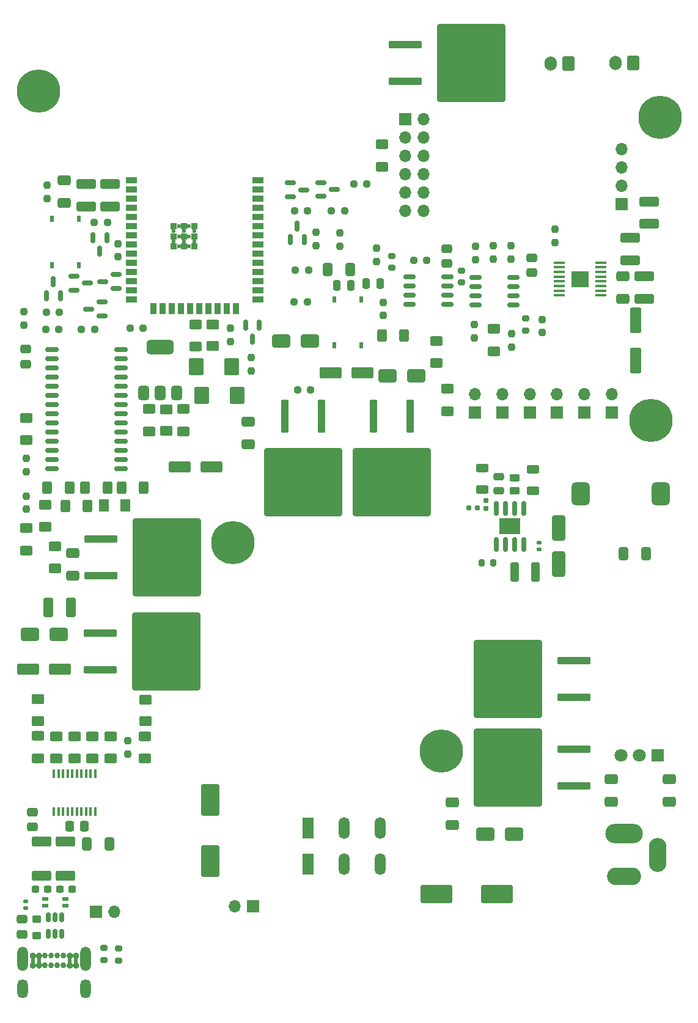
<source format=gbr>
%TF.GenerationSoftware,KiCad,Pcbnew,8.0.7*%
%TF.CreationDate,2025-07-24T13:25:47+02:00*%
%TF.ProjectId,Soundwalk,536f756e-6477-4616-9c6b-2e6b69636164,rev?*%
%TF.SameCoordinates,Original*%
%TF.FileFunction,Soldermask,Top*%
%TF.FilePolarity,Negative*%
%FSLAX46Y46*%
G04 Gerber Fmt 4.6, Leading zero omitted, Abs format (unit mm)*
G04 Created by KiCad (PCBNEW 8.0.7) date 2025-07-24 13:25:47*
%MOMM*%
%LPD*%
G01*
G04 APERTURE LIST*
G04 Aperture macros list*
%AMRoundRect*
0 Rectangle with rounded corners*
0 $1 Rounding radius*
0 $2 $3 $4 $5 $6 $7 $8 $9 X,Y pos of 4 corners*
0 Add a 4 corners polygon primitive as box body*
4,1,4,$2,$3,$4,$5,$6,$7,$8,$9,$2,$3,0*
0 Add four circle primitives for the rounded corners*
1,1,$1+$1,$2,$3*
1,1,$1+$1,$4,$5*
1,1,$1+$1,$6,$7*
1,1,$1+$1,$8,$9*
0 Add four rect primitives between the rounded corners*
20,1,$1+$1,$2,$3,$4,$5,0*
20,1,$1+$1,$4,$5,$6,$7,0*
20,1,$1+$1,$6,$7,$8,$9,0*
20,1,$1+$1,$8,$9,$2,$3,0*%
G04 Aperture macros list end*
%ADD10C,0.387500*%
%ADD11C,0.010000*%
%ADD12RoundRect,0.200000X0.275000X-0.200000X0.275000X0.200000X-0.275000X0.200000X-0.275000X-0.200000X0*%
%ADD13RoundRect,0.237500X0.237500X-0.250000X0.237500X0.250000X-0.237500X0.250000X-0.237500X-0.250000X0*%
%ADD14RoundRect,0.250000X-0.625000X0.400000X-0.625000X-0.400000X0.625000X-0.400000X0.625000X0.400000X0*%
%ADD15RoundRect,0.250000X0.650000X-0.412500X0.650000X0.412500X-0.650000X0.412500X-0.650000X-0.412500X0*%
%ADD16RoundRect,0.250000X1.250000X0.550000X-1.250000X0.550000X-1.250000X-0.550000X1.250000X-0.550000X0*%
%ADD17RoundRect,0.250000X-2.050000X-0.300000X2.050000X-0.300000X2.050000X0.300000X-2.050000X0.300000X0*%
%ADD18RoundRect,0.250002X-4.449998X-5.149998X4.449998X-5.149998X4.449998X5.149998X-4.449998X5.149998X0*%
%ADD19R,1.700000X1.700000*%
%ADD20O,1.700000X1.700000*%
%ADD21R,0.900000X0.600000*%
%ADD22RoundRect,0.237500X0.250000X0.237500X-0.250000X0.237500X-0.250000X-0.237500X0.250000X-0.237500X0*%
%ADD23RoundRect,0.237500X-0.237500X0.250000X-0.237500X-0.250000X0.237500X-0.250000X0.237500X0.250000X0*%
%ADD24RoundRect,0.250000X0.475000X-0.337500X0.475000X0.337500X-0.475000X0.337500X-0.475000X-0.337500X0*%
%ADD25RoundRect,0.200000X-0.200000X-0.275000X0.200000X-0.275000X0.200000X0.275000X-0.200000X0.275000X0*%
%ADD26RoundRect,0.249999X1.075001X-0.450001X1.075001X0.450001X-1.075001X0.450001X-1.075001X-0.450001X0*%
%ADD27RoundRect,0.150000X-0.150000X0.587500X-0.150000X-0.587500X0.150000X-0.587500X0.150000X0.587500X0*%
%ADD28RoundRect,0.250000X-0.650000X1.500000X-0.650000X-1.500000X0.650000X-1.500000X0.650000X1.500000X0*%
%ADD29RoundRect,0.150000X0.150000X-0.512500X0.150000X0.512500X-0.150000X0.512500X-0.150000X-0.512500X0*%
%ADD30RoundRect,0.250000X0.625000X-0.400000X0.625000X0.400000X-0.625000X0.400000X-0.625000X-0.400000X0*%
%ADD31RoundRect,0.150000X-0.587500X-0.150000X0.587500X-0.150000X0.587500X0.150000X-0.587500X0.150000X0*%
%ADD32R,0.558800X0.950500*%
%ADD33RoundRect,0.250000X-0.250000X-0.475000X0.250000X-0.475000X0.250000X0.475000X-0.250000X0.475000X0*%
%ADD34RoundRect,0.140000X0.170000X-0.140000X0.170000X0.140000X-0.170000X0.140000X-0.170000X-0.140000X0*%
%ADD35RoundRect,0.250000X0.325000X1.100000X-0.325000X1.100000X-0.325000X-1.100000X0.325000X-1.100000X0*%
%ADD36RoundRect,0.250000X0.550000X-1.500000X0.550000X1.500000X-0.550000X1.500000X-0.550000X-1.500000X0*%
%ADD37RoundRect,0.250000X0.625000X-0.312500X0.625000X0.312500X-0.625000X0.312500X-0.625000X-0.312500X0*%
%ADD38RoundRect,0.250000X1.100000X-0.412500X1.100000X0.412500X-1.100000X0.412500X-1.100000X-0.412500X0*%
%ADD39RoundRect,0.250000X-0.475000X0.250000X-0.475000X-0.250000X0.475000X-0.250000X0.475000X0.250000X0*%
%ADD40RoundRect,0.375000X0.375000X-0.625000X0.375000X0.625000X-0.375000X0.625000X-0.375000X-0.625000X0*%
%ADD41RoundRect,0.500000X1.400000X-0.500000X1.400000X0.500000X-1.400000X0.500000X-1.400000X-0.500000X0*%
%ADD42RoundRect,0.250000X-1.000000X-0.650000X1.000000X-0.650000X1.000000X0.650000X-1.000000X0.650000X0*%
%ADD43RoundRect,0.250000X0.600000X0.750000X-0.600000X0.750000X-0.600000X-0.750000X0.600000X-0.750000X0*%
%ADD44O,1.700000X2.000000*%
%ADD45RoundRect,0.250000X-1.100000X0.412500X-1.100000X-0.412500X1.100000X-0.412500X1.100000X0.412500X0*%
%ADD46RoundRect,0.250000X0.412500X1.100000X-0.412500X1.100000X-0.412500X-1.100000X0.412500X-1.100000X0*%
%ADD47RoundRect,0.250000X-0.450000X0.262500X-0.450000X-0.262500X0.450000X-0.262500X0.450000X0.262500X0*%
%ADD48C,0.800000*%
%ADD49C,6.000000*%
%ADD50RoundRect,0.250001X0.624999X-0.462499X0.624999X0.462499X-0.624999X0.462499X-0.624999X-0.462499X0*%
%ADD51RoundRect,0.200000X-0.275000X0.200000X-0.275000X-0.200000X0.275000X-0.200000X0.275000X0.200000X0*%
%ADD52RoundRect,0.155000X-0.155000X0.212500X-0.155000X-0.212500X0.155000X-0.212500X0.155000X0.212500X0*%
%ADD53RoundRect,0.250000X2.050000X0.300000X-2.050000X0.300000X-2.050000X-0.300000X2.050000X-0.300000X0*%
%ADD54RoundRect,0.250002X4.449998X5.149998X-4.449998X5.149998X-4.449998X-5.149998X4.449998X-5.149998X0*%
%ADD55RoundRect,0.250000X-0.412500X-0.650000X0.412500X-0.650000X0.412500X0.650000X-0.412500X0.650000X0*%
%ADD56RoundRect,0.250000X-0.787500X-0.925000X0.787500X-0.925000X0.787500X0.925000X-0.787500X0.925000X0*%
%ADD57RoundRect,0.150000X-0.150000X0.825000X-0.150000X-0.825000X0.150000X-0.825000X0.150000X0.825000X0*%
%ADD58R,3.000000X2.290000*%
%ADD59O,5.204000X2.704000*%
%ADD60O,4.704000X2.454000*%
%ADD61O,2.454000X4.704000*%
%ADD62O,1.452400X3.352400*%
%ADD63O,1.452400X2.652400*%
%ADD64RoundRect,0.237500X-0.300000X-0.237500X0.300000X-0.237500X0.300000X0.237500X-0.300000X0.237500X0*%
%ADD65RoundRect,0.150000X-0.750000X-0.150000X0.750000X-0.150000X0.750000X0.150000X-0.750000X0.150000X0*%
%ADD66RoundRect,0.250001X-0.462499X-0.624999X0.462499X-0.624999X0.462499X0.624999X-0.462499X0.624999X0*%
%ADD67RoundRect,0.250000X-0.475000X0.337500X-0.475000X-0.337500X0.475000X-0.337500X0.475000X0.337500X0*%
%ADD68RoundRect,0.237500X-0.250000X-0.237500X0.250000X-0.237500X0.250000X0.237500X-0.250000X0.237500X0*%
%ADD69C,1.800000*%
%ADD70R,1.800000X1.800000*%
%ADD71R,1.500000X0.900000*%
%ADD72R,0.900000X1.500000*%
%ADD73R,0.900000X0.900000*%
%ADD74C,0.600000*%
%ADD75RoundRect,0.250000X-0.400000X-0.625000X0.400000X-0.625000X0.400000X0.625000X-0.400000X0.625000X0*%
%ADD76RoundRect,0.237500X0.300000X0.237500X-0.300000X0.237500X-0.300000X-0.237500X0.300000X-0.237500X0*%
%ADD77RoundRect,0.250000X-1.250000X-0.550000X1.250000X-0.550000X1.250000X0.550000X-1.250000X0.550000X0*%
%ADD78RoundRect,0.150000X-0.675000X-0.150000X0.675000X-0.150000X0.675000X0.150000X-0.675000X0.150000X0*%
%ADD79RoundRect,0.150000X0.587500X0.150000X-0.587500X0.150000X-0.587500X-0.150000X0.587500X-0.150000X0*%
%ADD80RoundRect,0.150000X0.150000X-0.587500X0.150000X0.587500X-0.150000X0.587500X-0.150000X-0.587500X0*%
%ADD81R,0.400000X1.200000*%
%ADD82RoundRect,0.250000X-0.337500X-0.475000X0.337500X-0.475000X0.337500X0.475000X-0.337500X0.475000X0*%
%ADD83RoundRect,0.250000X-1.000000X1.950000X-1.000000X-1.950000X1.000000X-1.950000X1.000000X1.950000X0*%
%ADD84RoundRect,0.250000X-0.300000X2.050000X-0.300000X-2.050000X0.300000X-2.050000X0.300000X2.050000X0*%
%ADD85RoundRect,0.250002X-5.149998X4.449998X-5.149998X-4.449998X5.149998X-4.449998X5.149998X4.449998X0*%
%ADD86RoundRect,0.250000X1.950000X1.000000X-1.950000X1.000000X-1.950000X-1.000000X1.950000X-1.000000X0*%
%ADD87RoundRect,0.155000X0.212500X0.155000X-0.212500X0.155000X-0.212500X-0.155000X0.212500X-0.155000X0*%
%ADD88R,2.460000X2.310000*%
%ADD89RoundRect,0.100000X-0.687500X-0.100000X0.687500X-0.100000X0.687500X0.100000X-0.687500X0.100000X0*%
%ADD90R,1.500000X3.000000*%
%ADD91O,1.500000X3.000000*%
%ADD92RoundRect,0.250000X0.400000X0.625000X-0.400000X0.625000X-0.400000X-0.625000X0.400000X-0.625000X0*%
%ADD93RoundRect,0.250000X0.350000X-0.275000X0.350000X0.275000X-0.350000X0.275000X-0.350000X-0.275000X0*%
%ADD94RoundRect,0.650000X-0.650000X-0.950000X0.650000X-0.950000X0.650000X0.950000X-0.650000X0.950000X0*%
G04 APERTURE END LIST*
D10*
%TO.C,U1*%
X187352750Y-150034000D02*
G75*
G02*
X186965250Y-150034000I-193750J0D01*
G01*
X186965250Y-150034000D02*
G75*
G02*
X187352750Y-150034000I193750J0D01*
G01*
X187352750Y-151384000D02*
G75*
G02*
X186965250Y-151384000I-193750J0D01*
G01*
X186965250Y-151384000D02*
G75*
G02*
X187352750Y-151384000I193750J0D01*
G01*
X188202750Y-150034000D02*
G75*
G02*
X187815250Y-150034000I-193750J0D01*
G01*
X187815250Y-150034000D02*
G75*
G02*
X188202750Y-150034000I193750J0D01*
G01*
X188202750Y-151384000D02*
G75*
G02*
X187815250Y-151384000I-193750J0D01*
G01*
X187815250Y-151384000D02*
G75*
G02*
X188202750Y-151384000I193750J0D01*
G01*
X189052750Y-150034000D02*
G75*
G02*
X188665250Y-150034000I-193750J0D01*
G01*
X188665250Y-150034000D02*
G75*
G02*
X189052750Y-150034000I193750J0D01*
G01*
X189052750Y-151384000D02*
G75*
G02*
X188665250Y-151384000I-193750J0D01*
G01*
X188665250Y-151384000D02*
G75*
G02*
X189052750Y-151384000I193750J0D01*
G01*
X189902750Y-150034000D02*
G75*
G02*
X189515250Y-150034000I-193750J0D01*
G01*
X189515250Y-150034000D02*
G75*
G02*
X189902750Y-150034000I193750J0D01*
G01*
X189902750Y-151384000D02*
G75*
G02*
X189515250Y-151384000I-193750J0D01*
G01*
X189515250Y-151384000D02*
G75*
G02*
X189902750Y-151384000I193750J0D01*
G01*
D11*
X185525000Y-149652000D02*
X185589000Y-149669000D01*
X185649000Y-149696000D01*
X185704000Y-149734000D01*
X185751000Y-149780000D01*
X185790000Y-149833000D01*
X185820000Y-149893000D01*
X185839000Y-149956000D01*
X185846000Y-150022000D01*
X185843000Y-150088000D01*
X185828000Y-150152000D01*
X185802000Y-150214000D01*
X185767000Y-150269000D01*
X185722000Y-150318000D01*
X185673000Y-150357000D01*
X185673000Y-151061000D01*
X185722000Y-151100000D01*
X185767000Y-151149000D01*
X185802000Y-151204000D01*
X185828000Y-151266000D01*
X185843000Y-151330000D01*
X185846000Y-151396000D01*
X185839000Y-151462000D01*
X185820000Y-151525000D01*
X185790000Y-151585000D01*
X185751000Y-151638000D01*
X185704000Y-151684000D01*
X185649000Y-151722000D01*
X185589000Y-151749000D01*
X185525000Y-151766000D01*
X185459000Y-151772000D01*
X185393000Y-151766000D01*
X185329000Y-151749000D01*
X185269000Y-151722000D01*
X185214000Y-151684000D01*
X185167000Y-151638000D01*
X185128000Y-151585000D01*
X185098000Y-151525000D01*
X185079000Y-151462000D01*
X185072000Y-151396000D01*
X185075000Y-151330000D01*
X185090000Y-151266000D01*
X185116000Y-151204000D01*
X185151000Y-151149000D01*
X185196000Y-151100000D01*
X185246000Y-151061000D01*
X185245500Y-150357380D01*
X185246000Y-150357000D01*
X185196000Y-150318000D01*
X185151000Y-150269000D01*
X185116000Y-150214000D01*
X185090000Y-150152000D01*
X185075000Y-150088000D01*
X185072000Y-150022000D01*
X185079000Y-149956000D01*
X185098000Y-149893000D01*
X185128000Y-149833000D01*
X185167000Y-149780000D01*
X185214000Y-149734000D01*
X185269000Y-149696000D01*
X185329000Y-149669000D01*
X185393000Y-149652000D01*
X185459000Y-149646000D01*
X185525000Y-149652000D01*
G36*
X185525000Y-149652000D02*
G01*
X185589000Y-149669000D01*
X185649000Y-149696000D01*
X185704000Y-149734000D01*
X185751000Y-149780000D01*
X185790000Y-149833000D01*
X185820000Y-149893000D01*
X185839000Y-149956000D01*
X185846000Y-150022000D01*
X185843000Y-150088000D01*
X185828000Y-150152000D01*
X185802000Y-150214000D01*
X185767000Y-150269000D01*
X185722000Y-150318000D01*
X185673000Y-150357000D01*
X185673000Y-151061000D01*
X185722000Y-151100000D01*
X185767000Y-151149000D01*
X185802000Y-151204000D01*
X185828000Y-151266000D01*
X185843000Y-151330000D01*
X185846000Y-151396000D01*
X185839000Y-151462000D01*
X185820000Y-151525000D01*
X185790000Y-151585000D01*
X185751000Y-151638000D01*
X185704000Y-151684000D01*
X185649000Y-151722000D01*
X185589000Y-151749000D01*
X185525000Y-151766000D01*
X185459000Y-151772000D01*
X185393000Y-151766000D01*
X185329000Y-151749000D01*
X185269000Y-151722000D01*
X185214000Y-151684000D01*
X185167000Y-151638000D01*
X185128000Y-151585000D01*
X185098000Y-151525000D01*
X185079000Y-151462000D01*
X185072000Y-151396000D01*
X185075000Y-151330000D01*
X185090000Y-151266000D01*
X185116000Y-151204000D01*
X185151000Y-151149000D01*
X185196000Y-151100000D01*
X185246000Y-151061000D01*
X185245500Y-150357380D01*
X185246000Y-150357000D01*
X185196000Y-150318000D01*
X185151000Y-150269000D01*
X185116000Y-150214000D01*
X185090000Y-150152000D01*
X185075000Y-150088000D01*
X185072000Y-150022000D01*
X185079000Y-149956000D01*
X185098000Y-149893000D01*
X185128000Y-149833000D01*
X185167000Y-149780000D01*
X185214000Y-149734000D01*
X185269000Y-149696000D01*
X185329000Y-149669000D01*
X185393000Y-149652000D01*
X185459000Y-149646000D01*
X185525000Y-149652000D01*
G37*
X186375000Y-149652000D02*
X186439000Y-149669000D01*
X186499000Y-149696000D01*
X186554000Y-149734000D01*
X186601000Y-149780000D01*
X186640000Y-149833000D01*
X186670000Y-149893000D01*
X186689000Y-149956000D01*
X186696000Y-150022000D01*
X186693000Y-150088000D01*
X186678000Y-150152000D01*
X186652000Y-150214000D01*
X186617000Y-150269000D01*
X186572000Y-150318000D01*
X186523000Y-150357000D01*
X186523000Y-151061000D01*
X186522500Y-151060620D01*
X186572000Y-151100000D01*
X186617000Y-151149000D01*
X186652000Y-151204000D01*
X186678000Y-151266000D01*
X186693000Y-151330000D01*
X186696000Y-151396000D01*
X186689000Y-151462000D01*
X186670000Y-151525000D01*
X186640000Y-151585000D01*
X186601000Y-151638000D01*
X186554000Y-151684000D01*
X186499000Y-151722000D01*
X186439000Y-151749000D01*
X186375000Y-151766000D01*
X186309000Y-151772000D01*
X186243000Y-151766000D01*
X186179000Y-151749000D01*
X186119000Y-151722000D01*
X186064000Y-151684000D01*
X186017000Y-151638000D01*
X185978000Y-151585000D01*
X185948000Y-151525000D01*
X185929000Y-151462000D01*
X185922000Y-151396000D01*
X185925000Y-151330000D01*
X185940000Y-151266000D01*
X185966000Y-151204000D01*
X186001000Y-151149000D01*
X186046000Y-151100000D01*
X186096000Y-151061000D01*
X186096000Y-150357000D01*
X186046000Y-150318000D01*
X186001000Y-150269000D01*
X185966000Y-150214000D01*
X185940000Y-150152000D01*
X185925000Y-150088000D01*
X185922000Y-150022000D01*
X185929000Y-149956000D01*
X185948000Y-149893000D01*
X185978000Y-149833000D01*
X186017000Y-149780000D01*
X186064000Y-149734000D01*
X186119000Y-149696000D01*
X186179000Y-149669000D01*
X186243000Y-149652000D01*
X186309000Y-149646000D01*
X186375000Y-149652000D01*
G36*
X186375000Y-149652000D02*
G01*
X186439000Y-149669000D01*
X186499000Y-149696000D01*
X186554000Y-149734000D01*
X186601000Y-149780000D01*
X186640000Y-149833000D01*
X186670000Y-149893000D01*
X186689000Y-149956000D01*
X186696000Y-150022000D01*
X186693000Y-150088000D01*
X186678000Y-150152000D01*
X186652000Y-150214000D01*
X186617000Y-150269000D01*
X186572000Y-150318000D01*
X186523000Y-150357000D01*
X186523000Y-151061000D01*
X186522500Y-151060620D01*
X186572000Y-151100000D01*
X186617000Y-151149000D01*
X186652000Y-151204000D01*
X186678000Y-151266000D01*
X186693000Y-151330000D01*
X186696000Y-151396000D01*
X186689000Y-151462000D01*
X186670000Y-151525000D01*
X186640000Y-151585000D01*
X186601000Y-151638000D01*
X186554000Y-151684000D01*
X186499000Y-151722000D01*
X186439000Y-151749000D01*
X186375000Y-151766000D01*
X186309000Y-151772000D01*
X186243000Y-151766000D01*
X186179000Y-151749000D01*
X186119000Y-151722000D01*
X186064000Y-151684000D01*
X186017000Y-151638000D01*
X185978000Y-151585000D01*
X185948000Y-151525000D01*
X185929000Y-151462000D01*
X185922000Y-151396000D01*
X185925000Y-151330000D01*
X185940000Y-151266000D01*
X185966000Y-151204000D01*
X186001000Y-151149000D01*
X186046000Y-151100000D01*
X186096000Y-151061000D01*
X186096000Y-150357000D01*
X186046000Y-150318000D01*
X186001000Y-150269000D01*
X185966000Y-150214000D01*
X185940000Y-150152000D01*
X185925000Y-150088000D01*
X185922000Y-150022000D01*
X185929000Y-149956000D01*
X185948000Y-149893000D01*
X185978000Y-149833000D01*
X186017000Y-149780000D01*
X186064000Y-149734000D01*
X186119000Y-149696000D01*
X186179000Y-149669000D01*
X186243000Y-149652000D01*
X186309000Y-149646000D01*
X186375000Y-149652000D01*
G37*
X190625000Y-149652000D02*
X190689000Y-149669000D01*
X190749000Y-149696000D01*
X190804000Y-149734000D01*
X190851000Y-149780000D01*
X190890000Y-149833000D01*
X190920000Y-149893000D01*
X190939000Y-149956000D01*
X190946000Y-150022000D01*
X190943000Y-150088000D01*
X190928000Y-150152000D01*
X190902000Y-150214000D01*
X190867000Y-150269000D01*
X190822000Y-150318000D01*
X190772000Y-150357000D01*
X190772000Y-151061000D01*
X190772500Y-151060620D01*
X190822000Y-151100000D01*
X190867000Y-151149000D01*
X190902000Y-151204000D01*
X190928000Y-151266000D01*
X190943000Y-151330000D01*
X190946000Y-151396000D01*
X190939000Y-151462000D01*
X190920000Y-151525000D01*
X190890000Y-151585000D01*
X190851000Y-151638000D01*
X190804000Y-151684000D01*
X190749000Y-151722000D01*
X190689000Y-151749000D01*
X190625000Y-151766000D01*
X190559000Y-151772000D01*
X190493000Y-151766000D01*
X190429000Y-151749000D01*
X190369000Y-151722000D01*
X190314000Y-151684000D01*
X190267000Y-151638000D01*
X190228000Y-151585000D01*
X190198000Y-151525000D01*
X190179000Y-151462000D01*
X190172000Y-151396000D01*
X190175000Y-151330000D01*
X190190000Y-151266000D01*
X190216000Y-151204000D01*
X190251000Y-151149000D01*
X190296000Y-151100000D01*
X190345000Y-151061000D01*
X190345000Y-150357000D01*
X190296000Y-150318000D01*
X190251000Y-150269000D01*
X190216000Y-150214000D01*
X190190000Y-150152000D01*
X190175000Y-150088000D01*
X190172000Y-150022000D01*
X190179000Y-149956000D01*
X190198000Y-149893000D01*
X190228000Y-149833000D01*
X190267000Y-149780000D01*
X190314000Y-149734000D01*
X190369000Y-149696000D01*
X190429000Y-149669000D01*
X190493000Y-149652000D01*
X190559000Y-149646000D01*
X190625000Y-149652000D01*
G36*
X190625000Y-149652000D02*
G01*
X190689000Y-149669000D01*
X190749000Y-149696000D01*
X190804000Y-149734000D01*
X190851000Y-149780000D01*
X190890000Y-149833000D01*
X190920000Y-149893000D01*
X190939000Y-149956000D01*
X190946000Y-150022000D01*
X190943000Y-150088000D01*
X190928000Y-150152000D01*
X190902000Y-150214000D01*
X190867000Y-150269000D01*
X190822000Y-150318000D01*
X190772000Y-150357000D01*
X190772000Y-151061000D01*
X190772500Y-151060620D01*
X190822000Y-151100000D01*
X190867000Y-151149000D01*
X190902000Y-151204000D01*
X190928000Y-151266000D01*
X190943000Y-151330000D01*
X190946000Y-151396000D01*
X190939000Y-151462000D01*
X190920000Y-151525000D01*
X190890000Y-151585000D01*
X190851000Y-151638000D01*
X190804000Y-151684000D01*
X190749000Y-151722000D01*
X190689000Y-151749000D01*
X190625000Y-151766000D01*
X190559000Y-151772000D01*
X190493000Y-151766000D01*
X190429000Y-151749000D01*
X190369000Y-151722000D01*
X190314000Y-151684000D01*
X190267000Y-151638000D01*
X190228000Y-151585000D01*
X190198000Y-151525000D01*
X190179000Y-151462000D01*
X190172000Y-151396000D01*
X190175000Y-151330000D01*
X190190000Y-151266000D01*
X190216000Y-151204000D01*
X190251000Y-151149000D01*
X190296000Y-151100000D01*
X190345000Y-151061000D01*
X190345000Y-150357000D01*
X190296000Y-150318000D01*
X190251000Y-150269000D01*
X190216000Y-150214000D01*
X190190000Y-150152000D01*
X190175000Y-150088000D01*
X190172000Y-150022000D01*
X190179000Y-149956000D01*
X190198000Y-149893000D01*
X190228000Y-149833000D01*
X190267000Y-149780000D01*
X190314000Y-149734000D01*
X190369000Y-149696000D01*
X190429000Y-149669000D01*
X190493000Y-149652000D01*
X190559000Y-149646000D01*
X190625000Y-149652000D01*
G37*
X191475000Y-149652000D02*
X191539000Y-149669000D01*
X191599000Y-149696000D01*
X191654000Y-149734000D01*
X191701000Y-149780000D01*
X191740000Y-149833000D01*
X191770000Y-149893000D01*
X191789000Y-149956000D01*
X191796000Y-150022000D01*
X191793000Y-150088000D01*
X191778000Y-150152000D01*
X191752000Y-150214000D01*
X191717000Y-150269000D01*
X191672000Y-150318000D01*
X191622000Y-150357000D01*
X191622000Y-151061000D01*
X191672000Y-151100000D01*
X191717000Y-151149000D01*
X191752000Y-151204000D01*
X191778000Y-151266000D01*
X191793000Y-151330000D01*
X191796000Y-151396000D01*
X191789000Y-151462000D01*
X191770000Y-151525000D01*
X191740000Y-151585000D01*
X191701000Y-151638000D01*
X191654000Y-151684000D01*
X191599000Y-151722000D01*
X191539000Y-151749000D01*
X191475000Y-151766000D01*
X191409000Y-151772000D01*
X191343000Y-151766000D01*
X191279000Y-151749000D01*
X191219000Y-151722000D01*
X191164000Y-151684000D01*
X191117000Y-151638000D01*
X191078000Y-151585000D01*
X191048000Y-151525000D01*
X191029000Y-151462000D01*
X191022000Y-151396000D01*
X191025000Y-151330000D01*
X191040000Y-151266000D01*
X191066000Y-151204000D01*
X191101000Y-151149000D01*
X191146000Y-151100000D01*
X191195000Y-151061000D01*
X191195500Y-150357380D01*
X191195000Y-150357000D01*
X191146000Y-150318000D01*
X191101000Y-150269000D01*
X191066000Y-150214000D01*
X191040000Y-150152000D01*
X191025000Y-150088000D01*
X191022000Y-150022000D01*
X191029000Y-149956000D01*
X191048000Y-149893000D01*
X191078000Y-149833000D01*
X191117000Y-149780000D01*
X191164000Y-149734000D01*
X191219000Y-149696000D01*
X191279000Y-149669000D01*
X191343000Y-149652000D01*
X191409000Y-149646000D01*
X191475000Y-149652000D01*
G36*
X191475000Y-149652000D02*
G01*
X191539000Y-149669000D01*
X191599000Y-149696000D01*
X191654000Y-149734000D01*
X191701000Y-149780000D01*
X191740000Y-149833000D01*
X191770000Y-149893000D01*
X191789000Y-149956000D01*
X191796000Y-150022000D01*
X191793000Y-150088000D01*
X191778000Y-150152000D01*
X191752000Y-150214000D01*
X191717000Y-150269000D01*
X191672000Y-150318000D01*
X191622000Y-150357000D01*
X191622000Y-151061000D01*
X191672000Y-151100000D01*
X191717000Y-151149000D01*
X191752000Y-151204000D01*
X191778000Y-151266000D01*
X191793000Y-151330000D01*
X191796000Y-151396000D01*
X191789000Y-151462000D01*
X191770000Y-151525000D01*
X191740000Y-151585000D01*
X191701000Y-151638000D01*
X191654000Y-151684000D01*
X191599000Y-151722000D01*
X191539000Y-151749000D01*
X191475000Y-151766000D01*
X191409000Y-151772000D01*
X191343000Y-151766000D01*
X191279000Y-151749000D01*
X191219000Y-151722000D01*
X191164000Y-151684000D01*
X191117000Y-151638000D01*
X191078000Y-151585000D01*
X191048000Y-151525000D01*
X191029000Y-151462000D01*
X191022000Y-151396000D01*
X191025000Y-151330000D01*
X191040000Y-151266000D01*
X191066000Y-151204000D01*
X191101000Y-151149000D01*
X191146000Y-151100000D01*
X191195000Y-151061000D01*
X191195500Y-150357380D01*
X191195000Y-150357000D01*
X191146000Y-150318000D01*
X191101000Y-150269000D01*
X191066000Y-150214000D01*
X191040000Y-150152000D01*
X191025000Y-150088000D01*
X191022000Y-150022000D01*
X191029000Y-149956000D01*
X191048000Y-149893000D01*
X191078000Y-149833000D01*
X191117000Y-149780000D01*
X191164000Y-149734000D01*
X191219000Y-149696000D01*
X191279000Y-149669000D01*
X191343000Y-149652000D01*
X191409000Y-149646000D01*
X191475000Y-149652000D01*
G37*
%TD*%
D12*
%TO.C,R49*%
X235251000Y-54745000D03*
X235251000Y-53095000D03*
%TD*%
D13*
%TO.C,R32*%
X184618000Y-88218500D03*
X184618000Y-86393500D03*
%TD*%
D14*
%TO.C,R53*%
X188518800Y-93319000D03*
X188518800Y-96419000D03*
%TD*%
D13*
%TO.C,R23*%
X246814000Y-53599500D03*
X246814000Y-51774500D03*
%TD*%
D15*
%TO.C,C27*%
X243561000Y-131986000D03*
X243561000Y-128861000D03*
%TD*%
D16*
%TO.C,C26*%
X210218000Y-82356000D03*
X205818000Y-82356000D03*
%TD*%
D13*
%TO.C,R44*%
X233101000Y-53857500D03*
X233101000Y-52032500D03*
%TD*%
%TO.C,R28*%
X246614000Y-64449500D03*
X246614000Y-62624500D03*
%TD*%
D17*
%TO.C,Q11*%
X194818000Y-105410000D03*
D18*
X203968000Y-107950000D03*
D17*
X194818000Y-110490000D03*
%TD*%
D19*
%TO.C,JP7*%
X258089000Y-74803000D03*
D20*
X258089000Y-72263000D03*
%TD*%
D21*
%TO.C,U4*%
X189968000Y-142168500D03*
X187168000Y-142168500D03*
X187168000Y-143168500D03*
X189968000Y-143168500D03*
%TD*%
D22*
%TO.C,R36*%
X223980500Y-71656000D03*
X222155500Y-71656000D03*
%TD*%
D23*
%TO.C,R65*%
X257810000Y-49405500D03*
X257810000Y-51230500D03*
%TD*%
D19*
%TO.C,JP5*%
X254381000Y-74841000D03*
D20*
X254381000Y-72301000D03*
%TD*%
D24*
%TO.C,C16*%
X242868000Y-54156000D03*
X242868000Y-52081000D03*
%TD*%
D25*
%TO.C,R61*%
X247626000Y-95664000D03*
X249276000Y-95664000D03*
%TD*%
D26*
%TO.C,R12*%
X190010500Y-139018500D03*
X190010500Y-134218500D03*
%TD*%
D27*
%TO.C,Q3*%
X195717200Y-50618500D03*
X193817200Y-50618500D03*
X194767200Y-52493500D03*
%TD*%
D28*
%TO.C,D10*%
X258293000Y-90838000D03*
X258293000Y-95838000D03*
%TD*%
D15*
%TO.C,C29*%
X265618000Y-128718500D03*
X265618000Y-125593500D03*
%TD*%
D29*
%TO.C,U3*%
X187618000Y-147006000D03*
X188568000Y-147006000D03*
X189518000Y-147006000D03*
X189518000Y-144731000D03*
X188568000Y-144731000D03*
X187618000Y-144731000D03*
%TD*%
D15*
%TO.C,C32*%
X273618000Y-128718500D03*
X273618000Y-125593500D03*
%TD*%
D19*
%TO.C,JP2*%
X194225000Y-144000000D03*
D20*
X196765000Y-144000000D03*
%TD*%
D19*
%TO.C,JP8*%
X265709000Y-74798000D03*
D20*
X265709000Y-72258000D03*
%TD*%
D30*
%TO.C,R57*%
X201618000Y-77406000D03*
X201618000Y-74306000D03*
%TD*%
D31*
%TO.C,Q8*%
X221155500Y-43006000D03*
X221155500Y-44906000D03*
X223030500Y-43956000D03*
%TD*%
D32*
%TO.C,SW2*%
X227268001Y-65486349D03*
X227268001Y-59125651D03*
X230967999Y-65486349D03*
X230967999Y-59125651D03*
%TD*%
D33*
%TO.C,C5*%
X227605500Y-57231000D03*
X229505500Y-57231000D03*
%TD*%
D34*
%TO.C,C30*%
X255626000Y-93759000D03*
X255626000Y-92799000D03*
%TD*%
D14*
%TO.C,R47*%
X184618000Y-90806000D03*
X184618000Y-93906000D03*
%TD*%
D35*
%TO.C,C28*%
X255147000Y-96934000D03*
X252197000Y-96934000D03*
%TD*%
D36*
%TO.C,C34*%
X268961000Y-67597000D03*
X268961000Y-61997000D03*
%TD*%
D24*
%TO.C,C1*%
X183968000Y-147093500D03*
X183968000Y-145018500D03*
%TD*%
D37*
%TO.C,R62*%
X247752000Y-85442500D03*
X247752000Y-82517500D03*
%TD*%
D12*
%TO.C,R29*%
X244868000Y-56806000D03*
X244868000Y-55156000D03*
%TD*%
D30*
%TO.C,R52*%
X184618000Y-78656000D03*
X184618000Y-75556000D03*
%TD*%
D38*
%TO.C,C38*%
X270891000Y-48679500D03*
X270891000Y-45554500D03*
%TD*%
D39*
%TO.C,C31*%
X250038000Y-83726000D03*
X250038000Y-85626000D03*
%TD*%
D40*
%TO.C,U5*%
X200818000Y-72056000D03*
X203118000Y-72056000D03*
D41*
X203118000Y-65756000D03*
D40*
X205418000Y-72056000D03*
%TD*%
D42*
%TO.C,D7*%
X185071000Y-105537000D03*
X189071000Y-105537000D03*
%TD*%
D15*
%TO.C,C8*%
X189865000Y-45797000D03*
X189865000Y-42672000D03*
%TD*%
D33*
%TO.C,C6*%
X231668000Y-56906000D03*
X233568000Y-56906000D03*
%TD*%
D43*
%TO.C,J4*%
X259695000Y-26433000D03*
D44*
X257195000Y-26433000D03*
%TD*%
D45*
%TO.C,C3*%
X196164200Y-43136800D03*
X196164200Y-46261800D03*
%TD*%
D31*
%TO.C,Q9*%
X225380500Y-42956000D03*
X225380500Y-44856000D03*
X227255500Y-43906000D03*
%TD*%
D13*
%TO.C,R20*%
X187452000Y-45134500D03*
X187452000Y-43309500D03*
%TD*%
D14*
%TO.C,R19*%
X191260500Y-119636000D03*
X191260500Y-122736000D03*
%TD*%
D46*
%TO.C,C18*%
X190792500Y-101854000D03*
X187667500Y-101854000D03*
%TD*%
D47*
%TO.C,R59*%
X252197000Y-83829500D03*
X252197000Y-85654500D03*
%TD*%
D48*
%TO.C,H5*%
X184000000Y-30250000D03*
X184659010Y-28659010D03*
X184659010Y-31840990D03*
X186250000Y-28000000D03*
D49*
X186250000Y-30250000D03*
D48*
X186250000Y-32500000D03*
X187840990Y-28659010D03*
X187840990Y-31840990D03*
X188500000Y-30250000D03*
%TD*%
D50*
%TO.C,D3*%
X210393000Y-65568500D03*
X210393000Y-62593500D03*
%TD*%
D23*
%TO.C,R48*%
X234001000Y-59532500D03*
X234001000Y-61357500D03*
%TD*%
D51*
%TO.C,R39*%
X253745000Y-61790000D03*
X253745000Y-63440000D03*
%TD*%
D50*
%TO.C,D2*%
X203968000Y-77343500D03*
X203968000Y-74368500D03*
%TD*%
D52*
%TO.C,R63*%
X248260000Y-86968500D03*
X248260000Y-88103500D03*
%TD*%
D53*
%TO.C,Q13*%
X260470000Y-114225000D03*
D54*
X251320000Y-111685000D03*
D53*
X260470000Y-109145000D03*
%TD*%
D38*
%TO.C,C37*%
X270144000Y-59066500D03*
X270144000Y-55941500D03*
%TD*%
D13*
%TO.C,R43*%
X184618000Y-83018500D03*
X184618000Y-81193500D03*
%TD*%
D55*
%TO.C,C33*%
X267271500Y-94394000D03*
X270396500Y-94394000D03*
%TD*%
D51*
%TO.C,R2*%
X197368000Y-149081000D03*
X197368000Y-150731000D03*
%TD*%
D56*
%TO.C,C10*%
X208128000Y-68486000D03*
X213053000Y-68486000D03*
%TD*%
D45*
%TO.C,C36*%
X268239000Y-50607500D03*
X268239000Y-53732500D03*
%TD*%
D48*
%TO.C,H4*%
X210917657Y-92821057D03*
X211576667Y-91230067D03*
X211576667Y-94412047D03*
X213167657Y-90571057D03*
D49*
X213167657Y-92821057D03*
D48*
X213167657Y-95071057D03*
X214758647Y-91230067D03*
X214758647Y-94412047D03*
X215417657Y-92821057D03*
%TD*%
D57*
%TO.C,U11*%
X253486000Y-88109000D03*
X252216000Y-88109000D03*
X250946000Y-88109000D03*
X249676000Y-88109000D03*
X249676000Y-93059000D03*
X250946000Y-93059000D03*
X252216000Y-93059000D03*
X253486000Y-93059000D03*
D58*
X251581000Y-90584000D03*
%TD*%
D59*
%TO.C,J3*%
X267368000Y-133106000D03*
D60*
X267368000Y-139106000D03*
D61*
X272068000Y-136106000D03*
%TD*%
D62*
%TO.C,U1*%
X184114000Y-150534000D03*
D63*
X184114000Y-154684000D03*
D62*
X192754000Y-150534000D03*
D63*
X192754000Y-154684000D03*
%TD*%
D64*
%TO.C,C12*%
X189198000Y-140818500D03*
X190923000Y-140818500D03*
%TD*%
D13*
%TO.C,R21*%
X197307200Y-53218500D03*
X197307200Y-51393500D03*
%TD*%
D22*
%TO.C,R42*%
X231780500Y-43156000D03*
X229955500Y-43156000D03*
%TD*%
D23*
%TO.C,R31*%
X215718000Y-67193500D03*
X215718000Y-69018500D03*
%TD*%
D65*
%TO.C,U9*%
X188118000Y-66051000D03*
X188118000Y-67321000D03*
X188118000Y-68591000D03*
X188118000Y-69861000D03*
X188118000Y-71131000D03*
X188118000Y-72401000D03*
X188118000Y-73671000D03*
X188118000Y-74941000D03*
X188118000Y-76211000D03*
X188118000Y-77481000D03*
X188118000Y-78751000D03*
X188118000Y-80021000D03*
X188118000Y-81291000D03*
X188118000Y-82561000D03*
X197718000Y-82561000D03*
X197718000Y-81291000D03*
X197718000Y-80021000D03*
X197718000Y-78751000D03*
X197718000Y-77481000D03*
X197718000Y-76211000D03*
X197718000Y-74941000D03*
X197718000Y-73671000D03*
X197718000Y-72401000D03*
X197718000Y-71131000D03*
X197718000Y-69861000D03*
X197718000Y-68591000D03*
X197718000Y-67321000D03*
X197718000Y-66051000D03*
%TD*%
D56*
%TO.C,C7*%
X208855500Y-72406000D03*
X213780500Y-72406000D03*
%TD*%
D66*
%TO.C,D6*%
X195318000Y-87681000D03*
X198293000Y-87681000D03*
%TD*%
D67*
%TO.C,C11*%
X185460500Y-130143500D03*
X185460500Y-132218500D03*
%TD*%
D68*
%TO.C,R9*%
X221855500Y-55106000D03*
X223680500Y-55106000D03*
%TD*%
D14*
%TO.C,R18*%
X196260500Y-119636000D03*
X196260500Y-122736000D03*
%TD*%
D42*
%TO.C,D9*%
X248155000Y-133225000D03*
X252155000Y-133225000D03*
%TD*%
D45*
%TO.C,C4*%
X192913000Y-43124500D03*
X192913000Y-46249500D03*
%TD*%
D69*
%TO.C,U10*%
X266939000Y-122329000D03*
X269479000Y-122329000D03*
D70*
X272019000Y-122329000D03*
%TD*%
D71*
%TO.C,U2*%
X199174800Y-42668400D03*
X199174800Y-43938400D03*
X199174800Y-45208400D03*
X199174800Y-46478400D03*
X199174800Y-47748400D03*
X199174800Y-49018400D03*
X199174800Y-50288400D03*
X199174800Y-51558400D03*
X199174800Y-52828400D03*
X199174800Y-54098400D03*
X199174800Y-55368400D03*
X199174800Y-56638400D03*
X199174800Y-57908400D03*
X199174800Y-59178400D03*
D72*
X202209800Y-60428400D03*
X203479800Y-60428400D03*
X204749800Y-60428400D03*
X206019800Y-60428400D03*
X207289800Y-60428400D03*
X208559800Y-60428400D03*
X209829800Y-60428400D03*
X211099800Y-60428400D03*
X212369800Y-60428400D03*
X213639800Y-60428400D03*
D71*
X216674800Y-59178400D03*
X216674800Y-57908400D03*
X216674800Y-56638400D03*
X216674800Y-55368400D03*
X216674800Y-54098400D03*
X216674800Y-52828400D03*
X216674800Y-51558400D03*
X216674800Y-50288400D03*
X216674800Y-49018400D03*
X216674800Y-47748400D03*
X216674800Y-46478400D03*
X216674800Y-45208400D03*
X216674800Y-43938400D03*
X216674800Y-42668400D03*
D73*
X205024800Y-48988400D03*
D74*
X205024800Y-49688400D03*
D73*
X205024800Y-50388400D03*
D74*
X205024800Y-51088400D03*
D73*
X205024800Y-51788400D03*
D74*
X205724800Y-48988400D03*
X205724800Y-50388400D03*
X205724800Y-51788400D03*
D73*
X206424800Y-48988400D03*
D74*
X206424800Y-49688400D03*
D73*
X206424800Y-50388400D03*
D74*
X206424800Y-51088400D03*
D73*
X206424800Y-51788400D03*
D74*
X207124800Y-48988400D03*
X207124800Y-50388400D03*
X207124800Y-51788400D03*
D73*
X207824800Y-48988400D03*
D74*
X207824800Y-49688400D03*
D73*
X207824800Y-50388400D03*
D74*
X207824800Y-51088400D03*
D73*
X207824800Y-51788400D03*
%TD*%
D42*
%TO.C,D8*%
X234608000Y-69756000D03*
X238608000Y-69756000D03*
%TD*%
D75*
%TO.C,R54*%
X192718000Y-85206000D03*
X195818000Y-85206000D03*
%TD*%
D76*
%TO.C,C13*%
X187535500Y-140818500D03*
X185810500Y-140818500D03*
%TD*%
D77*
%TO.C,C22*%
X184830000Y-110363000D03*
X189230000Y-110363000D03*
%TD*%
D48*
%TO.C,H7*%
X270090810Y-33931410D03*
X270749820Y-32340420D03*
X270749820Y-35522400D03*
X272340810Y-31681410D03*
D49*
X272340810Y-33931410D03*
D48*
X272340810Y-36181410D03*
X273931800Y-32340420D03*
X273931800Y-35522400D03*
X274590810Y-33931410D03*
%TD*%
D78*
%TO.C,U8*%
X237676000Y-56040000D03*
X237676000Y-57310000D03*
X237676000Y-58580000D03*
X237676000Y-59850000D03*
X242926000Y-59850000D03*
X242926000Y-58580000D03*
X242926000Y-57310000D03*
X242926000Y-56040000D03*
%TD*%
D77*
%TO.C,C24*%
X226718000Y-69306000D03*
X231118000Y-69306000D03*
%TD*%
D67*
%TO.C,C19*%
X184468000Y-66031000D03*
X184468000Y-68106000D03*
%TD*%
D23*
%TO.C,R33*%
X256032000Y-61926500D03*
X256032000Y-63751500D03*
%TD*%
D19*
%TO.C,JP1*%
X216032000Y-143256000D03*
D20*
X213492000Y-143256000D03*
%TD*%
D79*
%TO.C,Q4*%
X195118000Y-61406000D03*
X195118000Y-59506000D03*
X193243000Y-60456000D03*
%TD*%
D14*
%TO.C,R51*%
X187168000Y-87556000D03*
X187168000Y-90656000D03*
%TD*%
D53*
%TO.C,Q12*%
X260470000Y-126575000D03*
D54*
X251320000Y-124035000D03*
D53*
X260470000Y-121495000D03*
%TD*%
D13*
%TO.C,R5*%
X198618000Y-122118500D03*
X198618000Y-120293500D03*
%TD*%
D48*
%TO.C,H9*%
X268840810Y-75931410D03*
X269499820Y-74340420D03*
X269499820Y-77522400D03*
X271090810Y-73681410D03*
D49*
X271090810Y-75931410D03*
D48*
X271090810Y-78181410D03*
X272681800Y-74340420D03*
X272681800Y-77522400D03*
X273340810Y-75931410D03*
%TD*%
D15*
%TO.C,C25*%
X215318000Y-79218500D03*
X215318000Y-76093500D03*
%TD*%
D19*
%TO.C,JP6*%
X261899000Y-74803000D03*
D20*
X261899000Y-72263000D03*
%TD*%
D13*
%TO.C,R41*%
X228055500Y-51743500D03*
X228055500Y-49918500D03*
%TD*%
D14*
%TO.C,R17*%
X188760500Y-119636000D03*
X188760500Y-122736000D03*
%TD*%
D37*
%TO.C,R60*%
X254737000Y-85635000D03*
X254737000Y-82710000D03*
%TD*%
D42*
%TO.C,D1*%
X219868000Y-64906000D03*
X223868000Y-64906000D03*
%TD*%
D68*
%TO.C,R35*%
X226843000Y-46906000D03*
X228668000Y-46906000D03*
%TD*%
%TO.C,R4*%
X194005500Y-48506000D03*
X195830500Y-48506000D03*
%TD*%
D80*
%TO.C,Q1*%
X187391000Y-58595500D03*
X189291000Y-58595500D03*
X188341000Y-56720500D03*
%TD*%
D81*
%TO.C,U6*%
X194118000Y-124856000D03*
X193483000Y-124856000D03*
X192848000Y-124856000D03*
X192213000Y-124856000D03*
X191578000Y-124856000D03*
X190943000Y-124856000D03*
X190308000Y-124856000D03*
X189673000Y-124856000D03*
X189038000Y-124856000D03*
X188403000Y-124856000D03*
X188403000Y-130056000D03*
X189038000Y-130056000D03*
X189673000Y-130056000D03*
X190308000Y-130056000D03*
X190943000Y-130056000D03*
X191578000Y-130056000D03*
X192213000Y-130056000D03*
X192848000Y-130056000D03*
X193483000Y-130056000D03*
X194118000Y-130056000D03*
%TD*%
D78*
%TO.C,U7*%
X246789000Y-56082000D03*
X246789000Y-57352000D03*
X246789000Y-58622000D03*
X246789000Y-59892000D03*
X252039000Y-59892000D03*
X252039000Y-58622000D03*
X252039000Y-57352000D03*
X252039000Y-56082000D03*
%TD*%
D82*
%TO.C,C15*%
X190568000Y-132106000D03*
X192643000Y-132106000D03*
%TD*%
D19*
%TO.C,J1*%
X237109000Y-34163000D03*
D20*
X239649000Y-34163000D03*
X237109000Y-36703000D03*
X239649000Y-36703000D03*
X237109000Y-39243000D03*
X239649000Y-39243000D03*
X237109000Y-41783000D03*
X239649000Y-41783000D03*
X237109000Y-44323000D03*
X239649000Y-44323000D03*
X237109000Y-46863000D03*
X239649000Y-46863000D03*
%TD*%
D50*
%TO.C,D5*%
X186160500Y-117523500D03*
X186160500Y-114548500D03*
%TD*%
D55*
%TO.C,C14*%
X192968000Y-134556000D03*
X196093000Y-134556000D03*
%TD*%
D30*
%TO.C,R11*%
X207993000Y-65681000D03*
X207993000Y-62581000D03*
%TD*%
D17*
%TO.C,Q16*%
X237079000Y-23876000D03*
D18*
X246229000Y-26416000D03*
D17*
X237079000Y-28956000D03*
%TD*%
D30*
%TO.C,R37*%
X249341000Y-66296000D03*
X249341000Y-63196000D03*
%TD*%
D19*
%TO.C,JP3*%
X250571000Y-74841000D03*
D20*
X250571000Y-72301000D03*
%TD*%
D83*
%TO.C,C21*%
X210058000Y-128524000D03*
X210058000Y-136924000D03*
%TD*%
D14*
%TO.C,R15*%
X186160500Y-119586000D03*
X186160500Y-122686000D03*
%TD*%
D84*
%TO.C,Q14*%
X237783000Y-75331000D03*
D85*
X235243000Y-84481000D03*
D84*
X232703000Y-75331000D03*
%TD*%
D34*
%TO.C,C2*%
X184468000Y-143486000D03*
X184468000Y-142526000D03*
%TD*%
D55*
%TO.C,C9*%
X226355500Y-55031000D03*
X229480500Y-55031000D03*
%TD*%
D14*
%TO.C,R14*%
X200968000Y-119656000D03*
X200968000Y-122756000D03*
%TD*%
D86*
%TO.C,C20*%
X249793000Y-141511000D03*
X241393000Y-141511000D03*
%TD*%
D23*
%TO.C,R30*%
X249264000Y-51724500D03*
X249264000Y-53549500D03*
%TD*%
D87*
%TO.C,R64*%
X247049500Y-88044000D03*
X245914500Y-88044000D03*
%TD*%
D68*
%TO.C,R6*%
X187355500Y-60906000D03*
X189180500Y-60906000D03*
%TD*%
D88*
%TO.C,U12*%
X261266000Y-56306000D03*
D89*
X258403500Y-54031000D03*
X258403500Y-54681000D03*
X258403500Y-55331000D03*
X258403500Y-55981000D03*
X258403500Y-56631000D03*
X258403500Y-57281000D03*
X258403500Y-57931000D03*
X258403500Y-58581000D03*
X264128500Y-58581000D03*
X264128500Y-57931000D03*
X264128500Y-57281000D03*
X264128500Y-56631000D03*
X264128500Y-55981000D03*
X264128500Y-55331000D03*
X264128500Y-54681000D03*
X264128500Y-54031000D03*
%TD*%
D13*
%TO.C,R38*%
X251841000Y-65708500D03*
X251841000Y-63883500D03*
%TD*%
D12*
%TO.C,R1*%
X195368000Y-150656000D03*
X195368000Y-149006000D03*
%TD*%
D68*
%TO.C,R27*%
X192205500Y-63306000D03*
X194030500Y-63306000D03*
%TD*%
D23*
%TO.C,R24*%
X184218000Y-60843500D03*
X184218000Y-62668500D03*
%TD*%
D90*
%TO.C,J2*%
X223618000Y-132406000D03*
X223618000Y-137406000D03*
D91*
X228618000Y-132406000D03*
X228618000Y-137406000D03*
X233618000Y-132406000D03*
X233618000Y-137406000D03*
%TD*%
D23*
%TO.C,R40*%
X251689000Y-51724500D03*
X251689000Y-53549500D03*
%TD*%
D15*
%TO.C,C35*%
X267223000Y-59066500D03*
X267223000Y-55941500D03*
%TD*%
D92*
%TO.C,R46*%
X236918000Y-64156000D03*
X233818000Y-64156000D03*
%TD*%
D22*
%TO.C,R3*%
X223518000Y-59506000D03*
X221693000Y-59506000D03*
%TD*%
D19*
%TO.C,J5*%
X267081000Y-45974000D03*
D20*
X267081000Y-43434000D03*
X267081000Y-40894000D03*
X267081000Y-38354000D03*
%TD*%
D93*
%TO.C,L1*%
X186018000Y-147256000D03*
X186018000Y-144956000D03*
%TD*%
D43*
%TO.C,J6*%
X268692000Y-26416000D03*
D44*
X266192000Y-26416000D03*
%TD*%
D22*
%TO.C,R50*%
X240063500Y-53745000D03*
X238238500Y-53745000D03*
%TD*%
%TO.C,R26*%
X189105500Y-63306000D03*
X187280500Y-63306000D03*
%TD*%
D27*
%TO.C,Q6*%
X216868000Y-62731000D03*
X214968000Y-62731000D03*
X215918000Y-64606000D03*
%TD*%
D14*
%TO.C,R66*%
X233868000Y-37656000D03*
X233868000Y-40756000D03*
%TD*%
D94*
%TO.C,L2*%
X261378600Y-86070700D03*
X272478600Y-86070700D03*
%TD*%
D23*
%TO.C,R34*%
X224713800Y-49862100D03*
X224713800Y-51687100D03*
%TD*%
D19*
%TO.C,JP4*%
X246761000Y-74841000D03*
D20*
X246761000Y-72301000D03*
%TD*%
D26*
%TO.C,R13*%
X186710500Y-139018500D03*
X186710500Y-134218500D03*
%TD*%
D14*
%TO.C,R16*%
X193760500Y-119636000D03*
X193760500Y-122736000D03*
%TD*%
D80*
%TO.C,Q7*%
X221168000Y-50843500D03*
X223068000Y-50843500D03*
X222118000Y-48968500D03*
%TD*%
D14*
%TO.C,R58*%
X242926000Y-71508000D03*
X242926000Y-74608000D03*
%TD*%
D79*
%TO.C,Q5*%
X197043000Y-57606000D03*
X197043000Y-55706000D03*
X195168000Y-56656000D03*
%TD*%
D14*
%TO.C,R10*%
X206318000Y-74306000D03*
X206318000Y-77406000D03*
%TD*%
D17*
%TO.C,Q10*%
X194885000Y-92366000D03*
D18*
X204035000Y-94906000D03*
D17*
X194885000Y-97446000D03*
%TD*%
D68*
%TO.C,R8*%
X221743000Y-46906000D03*
X223568000Y-46906000D03*
%TD*%
D13*
%TO.C,R7*%
X212818000Y-64968500D03*
X212818000Y-63143500D03*
%TD*%
D15*
%TO.C,C23*%
X191008000Y-97396700D03*
X191008000Y-94271700D03*
%TD*%
D48*
%TO.C,H1*%
X239820343Y-121723743D03*
X240479353Y-120132753D03*
X240479353Y-123314733D03*
X242070343Y-119473743D03*
D49*
X242070343Y-121723743D03*
D48*
X242070343Y-123973743D03*
X243661333Y-120132753D03*
X243661333Y-123314733D03*
X244320343Y-121723743D03*
%TD*%
D84*
%TO.C,Q15*%
X225433000Y-75331000D03*
D85*
X222893000Y-84481000D03*
D84*
X220353000Y-75331000D03*
%TD*%
D92*
%TO.C,R45*%
X193068000Y-87731000D03*
X189968000Y-87731000D03*
%TD*%
D30*
%TO.C,R25*%
X241418000Y-67956000D03*
X241418000Y-64856000D03*
%TD*%
D24*
%TO.C,C17*%
X254618000Y-55443500D03*
X254618000Y-53368500D03*
%TD*%
D92*
%TO.C,R56*%
X190568000Y-85206000D03*
X187468000Y-85206000D03*
%TD*%
%TO.C,R55*%
X200868000Y-85206000D03*
X197768000Y-85206000D03*
%TD*%
D50*
%TO.C,D4*%
X201068000Y-117593500D03*
X201068000Y-114618500D03*
%TD*%
D68*
%TO.C,R22*%
X198955500Y-63156000D03*
X200780500Y-63156000D03*
%TD*%
D31*
%TO.C,Q2*%
X191213500Y-55946000D03*
X191213500Y-57846000D03*
X193088500Y-56896000D03*
%TD*%
D32*
%TO.C,SW1*%
X191841999Y-48006000D03*
X191841999Y-54366698D03*
X188142001Y-48006000D03*
X188142001Y-54366698D03*
%TD*%
M02*

</source>
